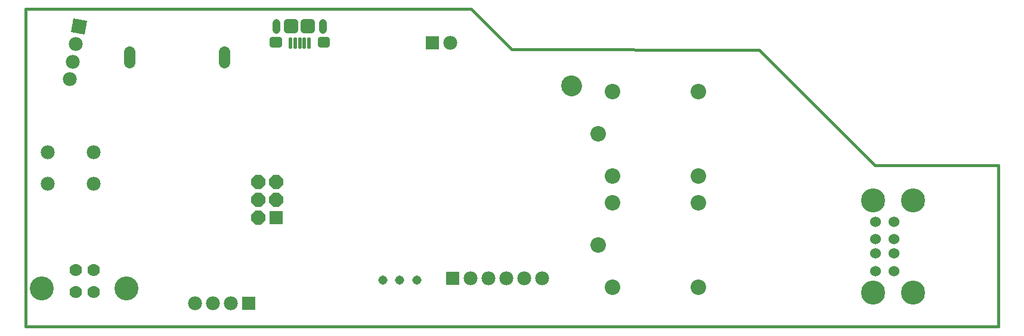
<source format=gbs>
G75*
%MOIN*%
%OFA0B0*%
%FSLAX25Y25*%
%IPPOS*%
%LPD*%
%AMOC8*
5,1,8,0,0,1.08239X$1,22.5*
%
%ADD10C,0.01500*%
%ADD11C,0.00000*%
%ADD12C,0.11424*%
%ADD13C,0.08668*%
%ADD14R,0.07800X0.07800*%
%ADD15C,0.07800*%
%ADD16R,0.07800X0.07800*%
%ADD17C,0.06400*%
%ADD18C,0.05156*%
%ADD19C,0.04400*%
%ADD20C,0.00987*%
%ADD21C,0.02956*%
%ADD22C,0.03940*%
%ADD23OC8,0.07800*%
%ADD24C,0.07000*%
%ADD25C,0.13400*%
%ADD26C,0.13455*%
%ADD27C,0.06022*%
D10*
X0001750Y0006000D02*
X0545321Y0006000D01*
X0545321Y0096512D01*
X0476238Y0096512D01*
X0411750Y0161000D01*
X0273404Y0161512D01*
X0250864Y0184051D01*
X0001750Y0184051D01*
X0001750Y0006000D01*
D11*
X0301238Y0141000D02*
X0301240Y0141148D01*
X0301246Y0141296D01*
X0301256Y0141444D01*
X0301270Y0141591D01*
X0301288Y0141738D01*
X0301309Y0141884D01*
X0301335Y0142030D01*
X0301365Y0142175D01*
X0301398Y0142319D01*
X0301436Y0142462D01*
X0301477Y0142604D01*
X0301522Y0142745D01*
X0301570Y0142885D01*
X0301623Y0143024D01*
X0301679Y0143161D01*
X0301739Y0143296D01*
X0301802Y0143430D01*
X0301869Y0143562D01*
X0301940Y0143692D01*
X0302014Y0143820D01*
X0302091Y0143946D01*
X0302172Y0144070D01*
X0302256Y0144192D01*
X0302343Y0144311D01*
X0302434Y0144428D01*
X0302528Y0144543D01*
X0302624Y0144655D01*
X0302724Y0144765D01*
X0302826Y0144871D01*
X0302932Y0144975D01*
X0303040Y0145076D01*
X0303151Y0145174D01*
X0303264Y0145270D01*
X0303380Y0145362D01*
X0303498Y0145451D01*
X0303619Y0145536D01*
X0303742Y0145619D01*
X0303867Y0145698D01*
X0303994Y0145774D01*
X0304123Y0145846D01*
X0304254Y0145915D01*
X0304387Y0145980D01*
X0304522Y0146041D01*
X0304658Y0146099D01*
X0304795Y0146154D01*
X0304934Y0146204D01*
X0305075Y0146251D01*
X0305216Y0146294D01*
X0305359Y0146334D01*
X0305503Y0146369D01*
X0305647Y0146401D01*
X0305793Y0146428D01*
X0305939Y0146452D01*
X0306086Y0146472D01*
X0306233Y0146488D01*
X0306380Y0146500D01*
X0306528Y0146508D01*
X0306676Y0146512D01*
X0306824Y0146512D01*
X0306972Y0146508D01*
X0307120Y0146500D01*
X0307267Y0146488D01*
X0307414Y0146472D01*
X0307561Y0146452D01*
X0307707Y0146428D01*
X0307853Y0146401D01*
X0307997Y0146369D01*
X0308141Y0146334D01*
X0308284Y0146294D01*
X0308425Y0146251D01*
X0308566Y0146204D01*
X0308705Y0146154D01*
X0308842Y0146099D01*
X0308978Y0146041D01*
X0309113Y0145980D01*
X0309246Y0145915D01*
X0309377Y0145846D01*
X0309506Y0145774D01*
X0309633Y0145698D01*
X0309758Y0145619D01*
X0309881Y0145536D01*
X0310002Y0145451D01*
X0310120Y0145362D01*
X0310236Y0145270D01*
X0310349Y0145174D01*
X0310460Y0145076D01*
X0310568Y0144975D01*
X0310674Y0144871D01*
X0310776Y0144765D01*
X0310876Y0144655D01*
X0310972Y0144543D01*
X0311066Y0144428D01*
X0311157Y0144311D01*
X0311244Y0144192D01*
X0311328Y0144070D01*
X0311409Y0143946D01*
X0311486Y0143820D01*
X0311560Y0143692D01*
X0311631Y0143562D01*
X0311698Y0143430D01*
X0311761Y0143296D01*
X0311821Y0143161D01*
X0311877Y0143024D01*
X0311930Y0142885D01*
X0311978Y0142745D01*
X0312023Y0142604D01*
X0312064Y0142462D01*
X0312102Y0142319D01*
X0312135Y0142175D01*
X0312165Y0142030D01*
X0312191Y0141884D01*
X0312212Y0141738D01*
X0312230Y0141591D01*
X0312244Y0141444D01*
X0312254Y0141296D01*
X0312260Y0141148D01*
X0312262Y0141000D01*
X0312260Y0140852D01*
X0312254Y0140704D01*
X0312244Y0140556D01*
X0312230Y0140409D01*
X0312212Y0140262D01*
X0312191Y0140116D01*
X0312165Y0139970D01*
X0312135Y0139825D01*
X0312102Y0139681D01*
X0312064Y0139538D01*
X0312023Y0139396D01*
X0311978Y0139255D01*
X0311930Y0139115D01*
X0311877Y0138976D01*
X0311821Y0138839D01*
X0311761Y0138704D01*
X0311698Y0138570D01*
X0311631Y0138438D01*
X0311560Y0138308D01*
X0311486Y0138180D01*
X0311409Y0138054D01*
X0311328Y0137930D01*
X0311244Y0137808D01*
X0311157Y0137689D01*
X0311066Y0137572D01*
X0310972Y0137457D01*
X0310876Y0137345D01*
X0310776Y0137235D01*
X0310674Y0137129D01*
X0310568Y0137025D01*
X0310460Y0136924D01*
X0310349Y0136826D01*
X0310236Y0136730D01*
X0310120Y0136638D01*
X0310002Y0136549D01*
X0309881Y0136464D01*
X0309758Y0136381D01*
X0309633Y0136302D01*
X0309506Y0136226D01*
X0309377Y0136154D01*
X0309246Y0136085D01*
X0309113Y0136020D01*
X0308978Y0135959D01*
X0308842Y0135901D01*
X0308705Y0135846D01*
X0308566Y0135796D01*
X0308425Y0135749D01*
X0308284Y0135706D01*
X0308141Y0135666D01*
X0307997Y0135631D01*
X0307853Y0135599D01*
X0307707Y0135572D01*
X0307561Y0135548D01*
X0307414Y0135528D01*
X0307267Y0135512D01*
X0307120Y0135500D01*
X0306972Y0135492D01*
X0306824Y0135488D01*
X0306676Y0135488D01*
X0306528Y0135492D01*
X0306380Y0135500D01*
X0306233Y0135512D01*
X0306086Y0135528D01*
X0305939Y0135548D01*
X0305793Y0135572D01*
X0305647Y0135599D01*
X0305503Y0135631D01*
X0305359Y0135666D01*
X0305216Y0135706D01*
X0305075Y0135749D01*
X0304934Y0135796D01*
X0304795Y0135846D01*
X0304658Y0135901D01*
X0304522Y0135959D01*
X0304387Y0136020D01*
X0304254Y0136085D01*
X0304123Y0136154D01*
X0303994Y0136226D01*
X0303867Y0136302D01*
X0303742Y0136381D01*
X0303619Y0136464D01*
X0303498Y0136549D01*
X0303380Y0136638D01*
X0303264Y0136730D01*
X0303151Y0136826D01*
X0303040Y0136924D01*
X0302932Y0137025D01*
X0302826Y0137129D01*
X0302724Y0137235D01*
X0302624Y0137345D01*
X0302528Y0137457D01*
X0302434Y0137572D01*
X0302343Y0137689D01*
X0302256Y0137808D01*
X0302172Y0137930D01*
X0302091Y0138054D01*
X0302014Y0138180D01*
X0301940Y0138308D01*
X0301869Y0138438D01*
X0301802Y0138570D01*
X0301739Y0138704D01*
X0301679Y0138839D01*
X0301623Y0138976D01*
X0301570Y0139115D01*
X0301522Y0139255D01*
X0301477Y0139396D01*
X0301436Y0139538D01*
X0301398Y0139681D01*
X0301365Y0139825D01*
X0301335Y0139970D01*
X0301309Y0140116D01*
X0301288Y0140262D01*
X0301270Y0140409D01*
X0301256Y0140556D01*
X0301246Y0140704D01*
X0301240Y0140852D01*
X0301238Y0141000D01*
D12*
X0306750Y0141000D03*
D13*
X0329604Y0137811D03*
X0377636Y0137811D03*
X0321730Y0114189D03*
X0329604Y0090567D03*
X0329604Y0075311D03*
X0377636Y0075311D03*
X0377636Y0090567D03*
X0321730Y0051689D03*
X0329604Y0028067D03*
X0377636Y0028067D03*
D14*
X0240250Y0032937D03*
X0141750Y0067000D03*
X0126376Y0019228D03*
X0229156Y0164937D03*
D15*
X0239156Y0164937D03*
X0039550Y0103900D03*
X0013950Y0103900D03*
X0013950Y0086100D03*
X0039550Y0086100D03*
X0026305Y0144649D03*
X0028041Y0154497D03*
X0029778Y0164345D03*
X0250250Y0032937D03*
X0260250Y0032937D03*
X0270250Y0032937D03*
X0280250Y0032937D03*
X0290250Y0032937D03*
X0116376Y0019228D03*
X0106376Y0019228D03*
X0096376Y0019228D03*
D16*
G36*
X0026997Y0171030D02*
X0028351Y0178710D01*
X0036031Y0177356D01*
X0034677Y0169676D01*
X0026997Y0171030D01*
G37*
D17*
X0059750Y0160000D02*
X0059750Y0154000D01*
X0112750Y0154000D02*
X0112750Y0160000D01*
D18*
X0201250Y0032000D03*
X0210644Y0032000D03*
X0220250Y0032000D03*
D19*
X0167742Y0172531D02*
X0167742Y0176531D01*
X0141758Y0176531D02*
X0141758Y0172531D01*
D20*
X0149138Y0167644D02*
X0150126Y0167644D01*
X0150126Y0162324D01*
X0149138Y0162324D01*
X0149138Y0167644D01*
X0149138Y0163310D02*
X0150126Y0163310D01*
X0150126Y0164296D02*
X0149138Y0164296D01*
X0149138Y0165282D02*
X0150126Y0165282D01*
X0150126Y0166268D02*
X0149138Y0166268D01*
X0149138Y0167254D02*
X0150126Y0167254D01*
X0151697Y0167644D02*
X0152685Y0167644D01*
X0152685Y0162324D01*
X0151697Y0162324D01*
X0151697Y0167644D01*
X0151697Y0163310D02*
X0152685Y0163310D01*
X0152685Y0164296D02*
X0151697Y0164296D01*
X0151697Y0165282D02*
X0152685Y0165282D01*
X0152685Y0166268D02*
X0151697Y0166268D01*
X0151697Y0167254D02*
X0152685Y0167254D01*
X0154256Y0167644D02*
X0155244Y0167644D01*
X0155244Y0162324D01*
X0154256Y0162324D01*
X0154256Y0167644D01*
X0154256Y0163310D02*
X0155244Y0163310D01*
X0155244Y0164296D02*
X0154256Y0164296D01*
X0154256Y0165282D02*
X0155244Y0165282D01*
X0155244Y0166268D02*
X0154256Y0166268D01*
X0154256Y0167254D02*
X0155244Y0167254D01*
X0156815Y0167644D02*
X0157803Y0167644D01*
X0157803Y0162324D01*
X0156815Y0162324D01*
X0156815Y0167644D01*
X0156815Y0163310D02*
X0157803Y0163310D01*
X0157803Y0164296D02*
X0156815Y0164296D01*
X0156815Y0165282D02*
X0157803Y0165282D01*
X0157803Y0166268D02*
X0156815Y0166268D01*
X0156815Y0167254D02*
X0157803Y0167254D01*
X0159374Y0167644D02*
X0160362Y0167644D01*
X0160362Y0162324D01*
X0159374Y0162324D01*
X0159374Y0167644D01*
X0159374Y0163310D02*
X0160362Y0163310D01*
X0160362Y0164296D02*
X0159374Y0164296D01*
X0159374Y0165282D02*
X0160362Y0165282D01*
X0160362Y0166268D02*
X0159374Y0166268D01*
X0159374Y0167254D02*
X0160362Y0167254D01*
D21*
X0166265Y0167159D02*
X0166265Y0164203D01*
X0166265Y0167159D02*
X0170007Y0167159D01*
X0170007Y0164203D01*
X0166265Y0164203D01*
X0166265Y0167158D02*
X0170007Y0167158D01*
X0139493Y0167159D02*
X0139493Y0164203D01*
X0139493Y0167159D02*
X0143235Y0167159D01*
X0143235Y0164203D01*
X0139493Y0164203D01*
X0139493Y0167158D02*
X0143235Y0167158D01*
D22*
X0148056Y0172561D02*
X0151996Y0172561D01*
X0148056Y0172561D02*
X0148056Y0176501D01*
X0151996Y0176501D01*
X0151996Y0172561D01*
X0151996Y0176500D02*
X0148056Y0176500D01*
X0157504Y0172561D02*
X0161444Y0172561D01*
X0157504Y0172561D02*
X0157504Y0176501D01*
X0161444Y0176501D01*
X0161444Y0172561D01*
X0161444Y0176500D02*
X0157504Y0176500D01*
D23*
X0141750Y0087000D03*
X0131750Y0087000D03*
X0131750Y0077000D03*
X0141750Y0077000D03*
X0131750Y0067000D03*
D24*
X0039550Y0037900D03*
X0029750Y0037900D03*
X0029750Y0025300D03*
X0039550Y0025300D03*
D25*
X0058150Y0027300D03*
X0010750Y0027300D03*
D26*
X0475388Y0025134D03*
X0497750Y0025134D03*
X0497750Y0076866D03*
X0475388Y0076866D03*
D27*
X0476766Y0064780D03*
X0487081Y0064780D03*
X0487081Y0054937D03*
X0476766Y0054937D03*
X0476766Y0047063D03*
X0487081Y0047063D03*
X0487081Y0037220D03*
X0476766Y0037220D03*
M02*

</source>
